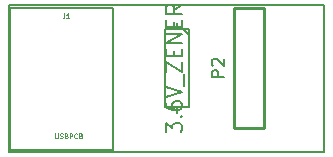
<source format=gto>
G04 (created by PCBNEW-RS274X (2012-apr-16-27)-stable) date Fri 30 Aug 2013 09:54:41 AM IST*
G01*
G70*
G90*
%MOIN*%
G04 Gerber Fmt 3.4, Leading zero omitted, Abs format*
%FSLAX34Y34*%
G04 APERTURE LIST*
%ADD10C,0.006000*%
%ADD11C,0.007100*%
%ADD12C,0.007200*%
%ADD13C,0.005000*%
%ADD14C,0.010000*%
%ADD15C,0.008000*%
%ADD16C,0.003500*%
G04 APERTURE END LIST*
G54D10*
G54D11*
X34000Y-43200D02*
X34000Y-38300D01*
G54D12*
X44500Y-43200D02*
X34000Y-43200D01*
X44500Y-38300D02*
X44500Y-43200D01*
X34000Y-38300D02*
X44500Y-38300D01*
G54D13*
X34032Y-38388D02*
X37456Y-38388D01*
X37456Y-38388D02*
X37456Y-43112D01*
X37456Y-43112D02*
X34032Y-43112D01*
X34032Y-43112D02*
X34032Y-38388D01*
G54D14*
X42500Y-38400D02*
X42500Y-42400D01*
X41500Y-38400D02*
X41500Y-42400D01*
X41500Y-42400D02*
X42500Y-42400D01*
X42500Y-38400D02*
X41500Y-38400D01*
G54D15*
X39600Y-38900D02*
X39600Y-39100D01*
X39600Y-41900D02*
X39600Y-41700D01*
X39600Y-41700D02*
X40000Y-41700D01*
X40000Y-41700D02*
X40000Y-39100D01*
X40000Y-39100D02*
X39200Y-39100D01*
X39200Y-39100D02*
X39200Y-41700D01*
X39200Y-41700D02*
X39600Y-41700D01*
X39800Y-39100D02*
X40000Y-39300D01*
G54D16*
X35847Y-38575D02*
X35847Y-38689D01*
X35839Y-38712D01*
X35824Y-38727D01*
X35801Y-38735D01*
X35786Y-38735D01*
X36007Y-38735D02*
X35915Y-38735D01*
X35961Y-38735D02*
X35961Y-38575D01*
X35946Y-38598D01*
X35931Y-38613D01*
X35915Y-38620D01*
X35538Y-42575D02*
X35538Y-42704D01*
X35546Y-42720D01*
X35553Y-42727D01*
X35569Y-42735D01*
X35599Y-42735D01*
X35614Y-42727D01*
X35622Y-42720D01*
X35630Y-42704D01*
X35630Y-42575D01*
X35698Y-42727D02*
X35721Y-42735D01*
X35759Y-42735D01*
X35775Y-42727D01*
X35782Y-42720D01*
X35790Y-42704D01*
X35790Y-42689D01*
X35782Y-42674D01*
X35775Y-42666D01*
X35759Y-42659D01*
X35729Y-42651D01*
X35714Y-42643D01*
X35706Y-42636D01*
X35698Y-42620D01*
X35698Y-42605D01*
X35706Y-42590D01*
X35714Y-42582D01*
X35729Y-42575D01*
X35767Y-42575D01*
X35790Y-42582D01*
X35911Y-42651D02*
X35934Y-42659D01*
X35942Y-42666D01*
X35950Y-42681D01*
X35950Y-42704D01*
X35942Y-42720D01*
X35934Y-42727D01*
X35919Y-42735D01*
X35858Y-42735D01*
X35858Y-42575D01*
X35911Y-42575D01*
X35927Y-42582D01*
X35934Y-42590D01*
X35942Y-42605D01*
X35942Y-42620D01*
X35934Y-42636D01*
X35927Y-42643D01*
X35911Y-42651D01*
X35858Y-42651D01*
X36018Y-42735D02*
X36018Y-42575D01*
X36079Y-42575D01*
X36094Y-42582D01*
X36102Y-42590D01*
X36110Y-42605D01*
X36110Y-42628D01*
X36102Y-42643D01*
X36094Y-42651D01*
X36079Y-42659D01*
X36018Y-42659D01*
X36270Y-42720D02*
X36262Y-42727D01*
X36239Y-42735D01*
X36224Y-42735D01*
X36201Y-42727D01*
X36186Y-42712D01*
X36178Y-42697D01*
X36170Y-42666D01*
X36170Y-42643D01*
X36178Y-42613D01*
X36186Y-42598D01*
X36201Y-42582D01*
X36224Y-42575D01*
X36239Y-42575D01*
X36262Y-42582D01*
X36270Y-42590D01*
X36391Y-42651D02*
X36414Y-42659D01*
X36422Y-42666D01*
X36430Y-42681D01*
X36430Y-42704D01*
X36422Y-42720D01*
X36414Y-42727D01*
X36399Y-42735D01*
X36338Y-42735D01*
X36338Y-42575D01*
X36391Y-42575D01*
X36407Y-42582D01*
X36414Y-42590D01*
X36422Y-42605D01*
X36422Y-42620D01*
X36414Y-42636D01*
X36407Y-42643D01*
X36391Y-42651D01*
X36338Y-42651D01*
G54D15*
X41162Y-40695D02*
X40762Y-40695D01*
X40762Y-40542D01*
X40781Y-40504D01*
X40800Y-40485D01*
X40838Y-40466D01*
X40895Y-40466D01*
X40933Y-40485D01*
X40952Y-40504D01*
X40971Y-40542D01*
X40971Y-40695D01*
X40800Y-40314D02*
X40781Y-40295D01*
X40762Y-40257D01*
X40762Y-40161D01*
X40781Y-40123D01*
X40800Y-40104D01*
X40838Y-40085D01*
X40876Y-40085D01*
X40933Y-40104D01*
X41162Y-40333D01*
X41162Y-40085D01*
X39223Y-42531D02*
X39223Y-42221D01*
X39432Y-42388D01*
X39432Y-42316D01*
X39458Y-42269D01*
X39485Y-42245D01*
X39537Y-42221D01*
X39668Y-42221D01*
X39720Y-42245D01*
X39746Y-42269D01*
X39773Y-42316D01*
X39773Y-42459D01*
X39746Y-42507D01*
X39720Y-42531D01*
X39720Y-42007D02*
X39746Y-41983D01*
X39773Y-42007D01*
X39746Y-42031D01*
X39720Y-42007D01*
X39773Y-42007D01*
X39223Y-41555D02*
X39223Y-41650D01*
X39249Y-41698D01*
X39275Y-41721D01*
X39354Y-41769D01*
X39458Y-41793D01*
X39668Y-41793D01*
X39720Y-41769D01*
X39746Y-41745D01*
X39773Y-41698D01*
X39773Y-41602D01*
X39746Y-41555D01*
X39720Y-41531D01*
X39668Y-41507D01*
X39537Y-41507D01*
X39485Y-41531D01*
X39458Y-41555D01*
X39432Y-41602D01*
X39432Y-41698D01*
X39458Y-41745D01*
X39485Y-41769D01*
X39537Y-41793D01*
X39223Y-41364D02*
X39773Y-41198D01*
X39223Y-41031D01*
X39825Y-40983D02*
X39825Y-40602D01*
X39223Y-40531D02*
X39223Y-40197D01*
X39773Y-40531D01*
X39773Y-40197D01*
X39485Y-40007D02*
X39485Y-39840D01*
X39773Y-39769D02*
X39773Y-40007D01*
X39223Y-40007D01*
X39223Y-39769D01*
X39773Y-39555D02*
X39223Y-39555D01*
X39773Y-39269D01*
X39223Y-39269D01*
X39485Y-39031D02*
X39485Y-38864D01*
X39773Y-38793D02*
X39773Y-39031D01*
X39223Y-39031D01*
X39223Y-38793D01*
X39773Y-38293D02*
X39511Y-38460D01*
X39773Y-38579D02*
X39223Y-38579D01*
X39223Y-38388D01*
X39249Y-38341D01*
X39275Y-38317D01*
X39327Y-38293D01*
X39406Y-38293D01*
X39458Y-38317D01*
X39485Y-38341D01*
X39511Y-38388D01*
X39511Y-38579D01*
M02*

</source>
